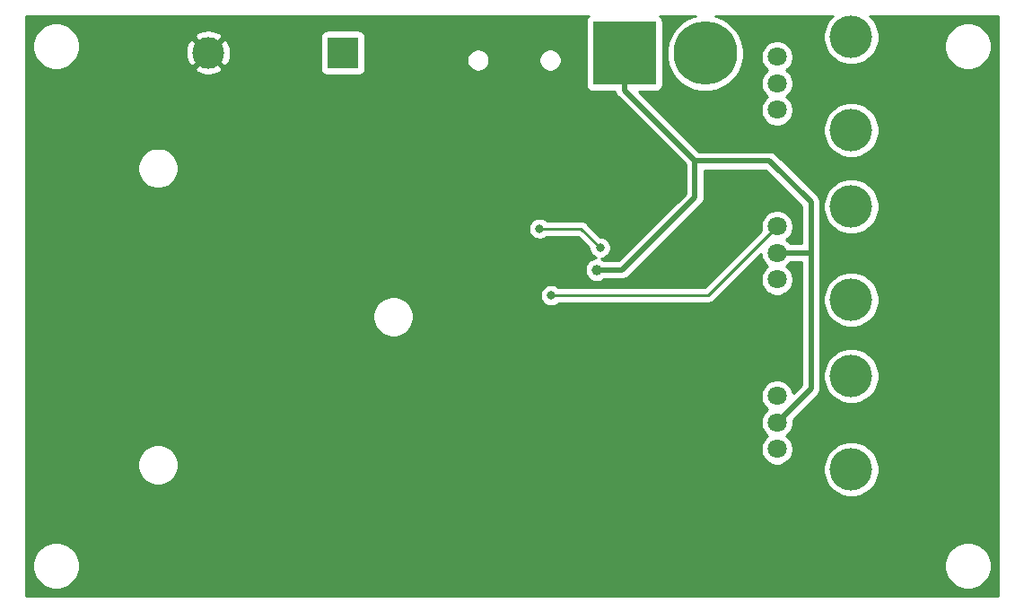
<source format=gbr>
G04 #@! TF.GenerationSoftware,KiCad,Pcbnew,(5.1.4-0-10_14)*
G04 #@! TF.CreationDate,2019-10-01T19:19:34+02:00*
G04 #@! TF.ProjectId,APC,4150432e-6b69-4636-9164-5f7063625858,rev?*
G04 #@! TF.SameCoordinates,Original*
G04 #@! TF.FileFunction,Copper,L2,Bot*
G04 #@! TF.FilePolarity,Positive*
%FSLAX46Y46*%
G04 Gerber Fmt 4.6, Leading zero omitted, Abs format (unit mm)*
G04 Created by KiCad (PCBNEW (5.1.4-0-10_14)) date 2019-10-01 19:19:34*
%MOMM*%
%LPD*%
G04 APERTURE LIST*
%ADD10C,4.000000*%
%ADD11C,1.800000*%
%ADD12C,5.999480*%
%ADD13R,5.999480X5.999480*%
%ADD14R,3.000000X3.000000*%
%ADD15C,3.000000*%
%ADD16C,1.000000*%
%ADD17C,0.800000*%
%ADD18C,0.250000*%
%ADD19C,0.500000*%
%ADD20C,0.254000*%
G04 APERTURE END LIST*
D10*
X164000000Y-56900000D03*
X164000000Y-48100000D03*
D11*
X157000000Y-55000000D03*
X157000000Y-52500000D03*
X157000000Y-50000000D03*
D10*
X164000000Y-72900000D03*
X164000000Y-64100000D03*
D11*
X157000000Y-71000000D03*
X157000000Y-68500000D03*
X157000000Y-66000000D03*
D10*
X164000000Y-88900000D03*
X164000000Y-80100000D03*
D11*
X157000000Y-87000000D03*
X157000000Y-84500000D03*
X157000000Y-82000000D03*
D12*
X150220000Y-49650000D03*
D13*
X142600000Y-49650000D03*
D14*
X116050000Y-49600000D03*
D15*
X103350000Y-49600000D03*
D16*
X144700000Y-70600000D03*
X146200000Y-70600000D03*
X175000000Y-55000000D03*
X175000000Y-60000000D03*
X175000000Y-65000000D03*
X175000000Y-70000000D03*
X175000000Y-75000000D03*
X175000000Y-80000000D03*
X175000000Y-85000000D03*
X175000000Y-90000000D03*
X170000000Y-100000000D03*
X165000000Y-100000000D03*
X160000000Y-100000000D03*
X175000000Y-95000000D03*
X155000000Y-100000000D03*
X150000000Y-100000000D03*
X145000000Y-100000000D03*
X140000000Y-100000000D03*
X135000000Y-100000000D03*
X130000000Y-100000000D03*
X120000000Y-100000000D03*
X125000000Y-100000000D03*
X115000000Y-100000000D03*
X110000000Y-100000000D03*
X105000000Y-100000000D03*
X100000000Y-100000000D03*
X95000000Y-100000000D03*
X87500000Y-92500000D03*
X87500000Y-87500000D03*
X87500000Y-82500000D03*
X87500000Y-77500000D03*
X87500000Y-72500000D03*
X87500000Y-67500000D03*
X87500000Y-62500000D03*
X87500000Y-57500000D03*
X87500000Y-52500000D03*
X92500000Y-47500000D03*
D17*
X97500000Y-47500000D03*
X107500000Y-47500000D03*
X112500000Y-47500000D03*
X132500000Y-47500000D03*
X137500000Y-47500000D03*
X155000000Y-47500000D03*
X160000000Y-47500000D03*
X170000000Y-47500000D03*
X135700000Y-72500000D03*
D16*
X140000000Y-70100000D03*
D17*
X140300000Y-68000000D03*
X134600000Y-66200000D03*
D18*
X157000000Y-66000000D02*
X150500000Y-72500000D01*
X150500000Y-72500000D02*
X135700000Y-72500000D01*
D19*
X142600000Y-53149740D02*
X149250260Y-59800000D01*
X142600000Y-49650000D02*
X142600000Y-53149740D01*
X149250260Y-59800000D02*
X156300000Y-59800000D01*
X156300000Y-59800000D02*
X160200000Y-63700000D01*
X160200000Y-81300000D02*
X157000000Y-84500000D01*
X160200000Y-68500000D02*
X160200000Y-81300000D01*
X157000000Y-68500000D02*
X160200000Y-68500000D01*
X160200000Y-63700000D02*
X160200000Y-68500000D01*
X142400000Y-70100000D02*
X140000000Y-70100000D01*
X149250260Y-63249740D02*
X142400000Y-70100000D01*
X149250260Y-59800000D02*
X149250260Y-63249740D01*
D18*
X140300000Y-68000000D02*
X138500000Y-66200000D01*
X138500000Y-66200000D02*
X134600000Y-66200000D01*
D20*
G36*
X139149075Y-46199075D02*
G01*
X139069723Y-46295766D01*
X139010758Y-46406080D01*
X138974448Y-46525778D01*
X138962188Y-46650260D01*
X138962188Y-52649740D01*
X138974448Y-52774222D01*
X139010758Y-52893920D01*
X139069723Y-53004234D01*
X139149075Y-53100925D01*
X139245766Y-53180277D01*
X139356080Y-53239242D01*
X139475778Y-53275552D01*
X139600260Y-53287812D01*
X141724317Y-53287812D01*
X141727805Y-53323230D01*
X141778412Y-53490053D01*
X141860590Y-53643799D01*
X141943468Y-53744786D01*
X141943471Y-53744789D01*
X141971184Y-53778557D01*
X142004952Y-53806270D01*
X148365260Y-60166579D01*
X148365261Y-62883160D01*
X142033422Y-69215000D01*
X140718450Y-69215000D01*
X140537624Y-69094176D01*
X140394761Y-69035000D01*
X140401939Y-69035000D01*
X140601898Y-68995226D01*
X140790256Y-68917205D01*
X140959774Y-68803937D01*
X141103937Y-68659774D01*
X141217205Y-68490256D01*
X141295226Y-68301898D01*
X141335000Y-68101939D01*
X141335000Y-67898061D01*
X141295226Y-67698102D01*
X141217205Y-67509744D01*
X141103937Y-67340226D01*
X140959774Y-67196063D01*
X140790256Y-67082795D01*
X140601898Y-67004774D01*
X140401939Y-66965000D01*
X140339802Y-66965000D01*
X139063803Y-65689002D01*
X139040001Y-65659999D01*
X138924276Y-65565026D01*
X138792247Y-65494454D01*
X138648986Y-65450997D01*
X138537333Y-65440000D01*
X138537322Y-65440000D01*
X138500000Y-65436324D01*
X138462678Y-65440000D01*
X135303711Y-65440000D01*
X135259774Y-65396063D01*
X135090256Y-65282795D01*
X134901898Y-65204774D01*
X134701939Y-65165000D01*
X134498061Y-65165000D01*
X134298102Y-65204774D01*
X134109744Y-65282795D01*
X133940226Y-65396063D01*
X133796063Y-65540226D01*
X133682795Y-65709744D01*
X133604774Y-65898102D01*
X133565000Y-66098061D01*
X133565000Y-66301939D01*
X133604774Y-66501898D01*
X133682795Y-66690256D01*
X133796063Y-66859774D01*
X133940226Y-67003937D01*
X134109744Y-67117205D01*
X134298102Y-67195226D01*
X134498061Y-67235000D01*
X134701939Y-67235000D01*
X134901898Y-67195226D01*
X135090256Y-67117205D01*
X135259774Y-67003937D01*
X135303711Y-66960000D01*
X138185199Y-66960000D01*
X139265000Y-68039802D01*
X139265000Y-68101939D01*
X139304774Y-68301898D01*
X139382795Y-68490256D01*
X139496063Y-68659774D01*
X139640226Y-68803937D01*
X139809744Y-68917205D01*
X139925131Y-68965000D01*
X139888212Y-68965000D01*
X139668933Y-69008617D01*
X139462376Y-69094176D01*
X139276480Y-69218388D01*
X139118388Y-69376480D01*
X138994176Y-69562376D01*
X138908617Y-69768933D01*
X138865000Y-69988212D01*
X138865000Y-70211788D01*
X138908617Y-70431067D01*
X138994176Y-70637624D01*
X139118388Y-70823520D01*
X139276480Y-70981612D01*
X139462376Y-71105824D01*
X139668933Y-71191383D01*
X139888212Y-71235000D01*
X140111788Y-71235000D01*
X140331067Y-71191383D01*
X140537624Y-71105824D01*
X140718450Y-70985000D01*
X142356531Y-70985000D01*
X142400000Y-70989281D01*
X142443469Y-70985000D01*
X142443477Y-70985000D01*
X142573490Y-70972195D01*
X142740313Y-70921589D01*
X142894059Y-70839411D01*
X143028817Y-70728817D01*
X143056534Y-70695044D01*
X149845309Y-63906270D01*
X149879077Y-63878557D01*
X149910331Y-63840475D01*
X149989671Y-63743799D01*
X150071849Y-63590054D01*
X150122455Y-63423230D01*
X150131499Y-63331399D01*
X150135260Y-63293217D01*
X150135260Y-63293209D01*
X150139541Y-63249740D01*
X150135260Y-63206271D01*
X150135260Y-60685000D01*
X155933422Y-60685000D01*
X159315000Y-64066579D01*
X159315001Y-67615000D01*
X158254790Y-67615000D01*
X158192312Y-67521495D01*
X157978505Y-67307688D01*
X157892169Y-67250000D01*
X157978505Y-67192312D01*
X158192312Y-66978505D01*
X158360299Y-66727095D01*
X158476011Y-66447743D01*
X158535000Y-66151184D01*
X158535000Y-65848816D01*
X158476011Y-65552257D01*
X158360299Y-65272905D01*
X158192312Y-65021495D01*
X157978505Y-64807688D01*
X157727095Y-64639701D01*
X157447743Y-64523989D01*
X157151184Y-64465000D01*
X156848816Y-64465000D01*
X156552257Y-64523989D01*
X156272905Y-64639701D01*
X156021495Y-64807688D01*
X155807688Y-65021495D01*
X155639701Y-65272905D01*
X155523989Y-65552257D01*
X155465000Y-65848816D01*
X155465000Y-66151184D01*
X155516269Y-66408930D01*
X150185199Y-71740000D01*
X136403711Y-71740000D01*
X136359774Y-71696063D01*
X136190256Y-71582795D01*
X136001898Y-71504774D01*
X135801939Y-71465000D01*
X135598061Y-71465000D01*
X135398102Y-71504774D01*
X135209744Y-71582795D01*
X135040226Y-71696063D01*
X134896063Y-71840226D01*
X134782795Y-72009744D01*
X134704774Y-72198102D01*
X134665000Y-72398061D01*
X134665000Y-72601939D01*
X134704774Y-72801898D01*
X134782795Y-72990256D01*
X134896063Y-73159774D01*
X135040226Y-73303937D01*
X135209744Y-73417205D01*
X135398102Y-73495226D01*
X135598061Y-73535000D01*
X135801939Y-73535000D01*
X136001898Y-73495226D01*
X136190256Y-73417205D01*
X136359774Y-73303937D01*
X136403711Y-73260000D01*
X150462678Y-73260000D01*
X150500000Y-73263676D01*
X150537322Y-73260000D01*
X150537333Y-73260000D01*
X150648986Y-73249003D01*
X150792247Y-73205546D01*
X150924276Y-73134974D01*
X151040001Y-73040001D01*
X151063804Y-73010997D01*
X155465000Y-68609802D01*
X155465000Y-68651184D01*
X155523989Y-68947743D01*
X155639701Y-69227095D01*
X155807688Y-69478505D01*
X156021495Y-69692312D01*
X156107831Y-69750000D01*
X156021495Y-69807688D01*
X155807688Y-70021495D01*
X155639701Y-70272905D01*
X155523989Y-70552257D01*
X155465000Y-70848816D01*
X155465000Y-71151184D01*
X155523989Y-71447743D01*
X155639701Y-71727095D01*
X155807688Y-71978505D01*
X156021495Y-72192312D01*
X156272905Y-72360299D01*
X156552257Y-72476011D01*
X156848816Y-72535000D01*
X157151184Y-72535000D01*
X157447743Y-72476011D01*
X157727095Y-72360299D01*
X157978505Y-72192312D01*
X158192312Y-71978505D01*
X158360299Y-71727095D01*
X158476011Y-71447743D01*
X158535000Y-71151184D01*
X158535000Y-70848816D01*
X158476011Y-70552257D01*
X158360299Y-70272905D01*
X158192312Y-70021495D01*
X157978505Y-69807688D01*
X157892169Y-69750000D01*
X157978505Y-69692312D01*
X158192312Y-69478505D01*
X158254790Y-69385000D01*
X159315000Y-69385000D01*
X159315001Y-80933420D01*
X158512537Y-81735885D01*
X158476011Y-81552257D01*
X158360299Y-81272905D01*
X158192312Y-81021495D01*
X157978505Y-80807688D01*
X157727095Y-80639701D01*
X157447743Y-80523989D01*
X157151184Y-80465000D01*
X156848816Y-80465000D01*
X156552257Y-80523989D01*
X156272905Y-80639701D01*
X156021495Y-80807688D01*
X155807688Y-81021495D01*
X155639701Y-81272905D01*
X155523989Y-81552257D01*
X155465000Y-81848816D01*
X155465000Y-82151184D01*
X155523989Y-82447743D01*
X155639701Y-82727095D01*
X155807688Y-82978505D01*
X156021495Y-83192312D01*
X156107831Y-83250000D01*
X156021495Y-83307688D01*
X155807688Y-83521495D01*
X155639701Y-83772905D01*
X155523989Y-84052257D01*
X155465000Y-84348816D01*
X155465000Y-84651184D01*
X155523989Y-84947743D01*
X155639701Y-85227095D01*
X155807688Y-85478505D01*
X156021495Y-85692312D01*
X156107831Y-85750000D01*
X156021495Y-85807688D01*
X155807688Y-86021495D01*
X155639701Y-86272905D01*
X155523989Y-86552257D01*
X155465000Y-86848816D01*
X155465000Y-87151184D01*
X155523989Y-87447743D01*
X155639701Y-87727095D01*
X155807688Y-87978505D01*
X156021495Y-88192312D01*
X156272905Y-88360299D01*
X156552257Y-88476011D01*
X156848816Y-88535000D01*
X157151184Y-88535000D01*
X157447743Y-88476011D01*
X157727095Y-88360299D01*
X157978505Y-88192312D01*
X158192312Y-87978505D01*
X158360299Y-87727095D01*
X158476011Y-87447743D01*
X158535000Y-87151184D01*
X158535000Y-86848816D01*
X158476011Y-86552257D01*
X158360299Y-86272905D01*
X158192312Y-86021495D01*
X157978505Y-85807688D01*
X157892169Y-85750000D01*
X157978505Y-85692312D01*
X158192312Y-85478505D01*
X158360299Y-85227095D01*
X158476011Y-84947743D01*
X158535000Y-84651184D01*
X158535000Y-84348816D01*
X158513060Y-84238518D01*
X160795049Y-81956530D01*
X160828817Y-81928817D01*
X160939411Y-81794059D01*
X161021589Y-81640313D01*
X161072195Y-81473490D01*
X161085000Y-81343477D01*
X161085000Y-81343467D01*
X161089281Y-81300001D01*
X161085000Y-81256535D01*
X161085000Y-79840475D01*
X161365000Y-79840475D01*
X161365000Y-80359525D01*
X161466261Y-80868601D01*
X161664893Y-81348141D01*
X161953262Y-81779715D01*
X162320285Y-82146738D01*
X162751859Y-82435107D01*
X163231399Y-82633739D01*
X163740475Y-82735000D01*
X164259525Y-82735000D01*
X164768601Y-82633739D01*
X165248141Y-82435107D01*
X165679715Y-82146738D01*
X166046738Y-81779715D01*
X166335107Y-81348141D01*
X166533739Y-80868601D01*
X166635000Y-80359525D01*
X166635000Y-79840475D01*
X166533739Y-79331399D01*
X166335107Y-78851859D01*
X166046738Y-78420285D01*
X165679715Y-78053262D01*
X165248141Y-77764893D01*
X164768601Y-77566261D01*
X164259525Y-77465000D01*
X163740475Y-77465000D01*
X163231399Y-77566261D01*
X162751859Y-77764893D01*
X162320285Y-78053262D01*
X161953262Y-78420285D01*
X161664893Y-78851859D01*
X161466261Y-79331399D01*
X161365000Y-79840475D01*
X161085000Y-79840475D01*
X161085000Y-72640475D01*
X161365000Y-72640475D01*
X161365000Y-73159525D01*
X161466261Y-73668601D01*
X161664893Y-74148141D01*
X161953262Y-74579715D01*
X162320285Y-74946738D01*
X162751859Y-75235107D01*
X163231399Y-75433739D01*
X163740475Y-75535000D01*
X164259525Y-75535000D01*
X164768601Y-75433739D01*
X165248141Y-75235107D01*
X165679715Y-74946738D01*
X166046738Y-74579715D01*
X166335107Y-74148141D01*
X166533739Y-73668601D01*
X166635000Y-73159525D01*
X166635000Y-72640475D01*
X166533739Y-72131399D01*
X166335107Y-71651859D01*
X166046738Y-71220285D01*
X165679715Y-70853262D01*
X165248141Y-70564893D01*
X164768601Y-70366261D01*
X164259525Y-70265000D01*
X163740475Y-70265000D01*
X163231399Y-70366261D01*
X162751859Y-70564893D01*
X162320285Y-70853262D01*
X161953262Y-71220285D01*
X161664893Y-71651859D01*
X161466261Y-72131399D01*
X161365000Y-72640475D01*
X161085000Y-72640475D01*
X161085000Y-68543477D01*
X161089282Y-68500000D01*
X161085000Y-68456523D01*
X161085000Y-63840475D01*
X161365000Y-63840475D01*
X161365000Y-64359525D01*
X161466261Y-64868601D01*
X161664893Y-65348141D01*
X161953262Y-65779715D01*
X162320285Y-66146738D01*
X162751859Y-66435107D01*
X163231399Y-66633739D01*
X163740475Y-66735000D01*
X164259525Y-66735000D01*
X164768601Y-66633739D01*
X165248141Y-66435107D01*
X165679715Y-66146738D01*
X166046738Y-65779715D01*
X166335107Y-65348141D01*
X166533739Y-64868601D01*
X166635000Y-64359525D01*
X166635000Y-63840475D01*
X166533739Y-63331399D01*
X166335107Y-62851859D01*
X166046738Y-62420285D01*
X165679715Y-62053262D01*
X165248141Y-61764893D01*
X164768601Y-61566261D01*
X164259525Y-61465000D01*
X163740475Y-61465000D01*
X163231399Y-61566261D01*
X162751859Y-61764893D01*
X162320285Y-62053262D01*
X161953262Y-62420285D01*
X161664893Y-62851859D01*
X161466261Y-63331399D01*
X161365000Y-63840475D01*
X161085000Y-63840475D01*
X161085000Y-63743469D01*
X161089281Y-63700000D01*
X161085000Y-63656531D01*
X161085000Y-63656523D01*
X161072195Y-63526510D01*
X161021589Y-63359687D01*
X160939411Y-63205941D01*
X160828817Y-63071183D01*
X160795050Y-63043472D01*
X156956534Y-59204956D01*
X156928817Y-59171183D01*
X156794059Y-59060589D01*
X156640313Y-58978411D01*
X156473490Y-58927805D01*
X156343477Y-58915000D01*
X156343469Y-58915000D01*
X156300000Y-58910719D01*
X156256531Y-58915000D01*
X149616839Y-58915000D01*
X147342314Y-56640475D01*
X161365000Y-56640475D01*
X161365000Y-57159525D01*
X161466261Y-57668601D01*
X161664893Y-58148141D01*
X161953262Y-58579715D01*
X162320285Y-58946738D01*
X162751859Y-59235107D01*
X163231399Y-59433739D01*
X163740475Y-59535000D01*
X164259525Y-59535000D01*
X164768601Y-59433739D01*
X165248141Y-59235107D01*
X165679715Y-58946738D01*
X166046738Y-58579715D01*
X166335107Y-58148141D01*
X166533739Y-57668601D01*
X166635000Y-57159525D01*
X166635000Y-56640475D01*
X166533739Y-56131399D01*
X166335107Y-55651859D01*
X166046738Y-55220285D01*
X165679715Y-54853262D01*
X165248141Y-54564893D01*
X164768601Y-54366261D01*
X164259525Y-54265000D01*
X163740475Y-54265000D01*
X163231399Y-54366261D01*
X162751859Y-54564893D01*
X162320285Y-54853262D01*
X161953262Y-55220285D01*
X161664893Y-55651859D01*
X161466261Y-56131399D01*
X161365000Y-56640475D01*
X147342314Y-56640475D01*
X143989650Y-53287812D01*
X145599740Y-53287812D01*
X145724222Y-53275552D01*
X145843920Y-53239242D01*
X145954234Y-53180277D01*
X146050925Y-53100925D01*
X146130277Y-53004234D01*
X146189242Y-52893920D01*
X146225552Y-52774222D01*
X146237812Y-52649740D01*
X146237812Y-46650260D01*
X146225552Y-46525778D01*
X146189242Y-46406080D01*
X146130277Y-46295766D01*
X146050925Y-46199075D01*
X145963101Y-46127000D01*
X149300254Y-46127000D01*
X149159785Y-46154941D01*
X148498305Y-46428935D01*
X147902988Y-46826713D01*
X147396713Y-47332988D01*
X146998935Y-47928305D01*
X146724941Y-48589785D01*
X146585260Y-49292009D01*
X146585260Y-50007991D01*
X146724941Y-50710215D01*
X146998935Y-51371695D01*
X147396713Y-51967012D01*
X147902988Y-52473287D01*
X148498305Y-52871065D01*
X149159785Y-53145059D01*
X149862009Y-53284740D01*
X150577991Y-53284740D01*
X151280215Y-53145059D01*
X151941695Y-52871065D01*
X152537012Y-52473287D01*
X153043287Y-51967012D01*
X153441065Y-51371695D01*
X153715059Y-50710215D01*
X153854740Y-50007991D01*
X153854740Y-49848816D01*
X155465000Y-49848816D01*
X155465000Y-50151184D01*
X155523989Y-50447743D01*
X155639701Y-50727095D01*
X155807688Y-50978505D01*
X156021495Y-51192312D01*
X156107831Y-51250000D01*
X156021495Y-51307688D01*
X155807688Y-51521495D01*
X155639701Y-51772905D01*
X155523989Y-52052257D01*
X155465000Y-52348816D01*
X155465000Y-52651184D01*
X155523989Y-52947743D01*
X155639701Y-53227095D01*
X155807688Y-53478505D01*
X156021495Y-53692312D01*
X156107831Y-53750000D01*
X156021495Y-53807688D01*
X155807688Y-54021495D01*
X155639701Y-54272905D01*
X155523989Y-54552257D01*
X155465000Y-54848816D01*
X155465000Y-55151184D01*
X155523989Y-55447743D01*
X155639701Y-55727095D01*
X155807688Y-55978505D01*
X156021495Y-56192312D01*
X156272905Y-56360299D01*
X156552257Y-56476011D01*
X156848816Y-56535000D01*
X157151184Y-56535000D01*
X157447743Y-56476011D01*
X157727095Y-56360299D01*
X157978505Y-56192312D01*
X158192312Y-55978505D01*
X158360299Y-55727095D01*
X158476011Y-55447743D01*
X158535000Y-55151184D01*
X158535000Y-54848816D01*
X158476011Y-54552257D01*
X158360299Y-54272905D01*
X158192312Y-54021495D01*
X157978505Y-53807688D01*
X157892169Y-53750000D01*
X157978505Y-53692312D01*
X158192312Y-53478505D01*
X158360299Y-53227095D01*
X158476011Y-52947743D01*
X158535000Y-52651184D01*
X158535000Y-52348816D01*
X158476011Y-52052257D01*
X158360299Y-51772905D01*
X158192312Y-51521495D01*
X157978505Y-51307688D01*
X157892169Y-51250000D01*
X157978505Y-51192312D01*
X158192312Y-50978505D01*
X158360299Y-50727095D01*
X158476011Y-50447743D01*
X158535000Y-50151184D01*
X158535000Y-49848816D01*
X158476011Y-49552257D01*
X158360299Y-49272905D01*
X158192312Y-49021495D01*
X157978505Y-48807688D01*
X157727095Y-48639701D01*
X157447743Y-48523989D01*
X157151184Y-48465000D01*
X156848816Y-48465000D01*
X156552257Y-48523989D01*
X156272905Y-48639701D01*
X156021495Y-48807688D01*
X155807688Y-49021495D01*
X155639701Y-49272905D01*
X155523989Y-49552257D01*
X155465000Y-49848816D01*
X153854740Y-49848816D01*
X153854740Y-49292009D01*
X153715059Y-48589785D01*
X153441065Y-47928305D01*
X153043287Y-47332988D01*
X152537012Y-46826713D01*
X151941695Y-46428935D01*
X151280215Y-46154941D01*
X151139746Y-46127000D01*
X162246547Y-46127000D01*
X161953262Y-46420285D01*
X161664893Y-46851859D01*
X161466261Y-47331399D01*
X161365000Y-47840475D01*
X161365000Y-48359525D01*
X161466261Y-48868601D01*
X161664893Y-49348141D01*
X161953262Y-49779715D01*
X162320285Y-50146738D01*
X162751859Y-50435107D01*
X163231399Y-50633739D01*
X163740475Y-50735000D01*
X164259525Y-50735000D01*
X164768601Y-50633739D01*
X165248141Y-50435107D01*
X165679715Y-50146738D01*
X166046738Y-49779715D01*
X166335107Y-49348141D01*
X166533739Y-48868601D01*
X166551388Y-48779872D01*
X172765000Y-48779872D01*
X172765000Y-49220128D01*
X172850890Y-49651925D01*
X173019369Y-50058669D01*
X173263962Y-50424729D01*
X173575271Y-50736038D01*
X173941331Y-50980631D01*
X174348075Y-51149110D01*
X174779872Y-51235000D01*
X175220128Y-51235000D01*
X175651925Y-51149110D01*
X176058669Y-50980631D01*
X176424729Y-50736038D01*
X176736038Y-50424729D01*
X176980631Y-50058669D01*
X177149110Y-49651925D01*
X177235000Y-49220128D01*
X177235000Y-48779872D01*
X177149110Y-48348075D01*
X176980631Y-47941331D01*
X176736038Y-47575271D01*
X176424729Y-47263962D01*
X176058669Y-47019369D01*
X175651925Y-46850890D01*
X175220128Y-46765000D01*
X174779872Y-46765000D01*
X174348075Y-46850890D01*
X173941331Y-47019369D01*
X173575271Y-47263962D01*
X173263962Y-47575271D01*
X173019369Y-47941331D01*
X172850890Y-48348075D01*
X172765000Y-48779872D01*
X166551388Y-48779872D01*
X166635000Y-48359525D01*
X166635000Y-47840475D01*
X166533739Y-47331399D01*
X166335107Y-46851859D01*
X166046738Y-46420285D01*
X165753453Y-46127000D01*
X177873000Y-46127000D01*
X177873000Y-100873000D01*
X86127000Y-100873000D01*
X86127000Y-97779872D01*
X86765000Y-97779872D01*
X86765000Y-98220128D01*
X86850890Y-98651925D01*
X87019369Y-99058669D01*
X87263962Y-99424729D01*
X87575271Y-99736038D01*
X87941331Y-99980631D01*
X88348075Y-100149110D01*
X88779872Y-100235000D01*
X89220128Y-100235000D01*
X89651925Y-100149110D01*
X90058669Y-99980631D01*
X90424729Y-99736038D01*
X90736038Y-99424729D01*
X90980631Y-99058669D01*
X91149110Y-98651925D01*
X91235000Y-98220128D01*
X91235000Y-97779872D01*
X172765000Y-97779872D01*
X172765000Y-98220128D01*
X172850890Y-98651925D01*
X173019369Y-99058669D01*
X173263962Y-99424729D01*
X173575271Y-99736038D01*
X173941331Y-99980631D01*
X174348075Y-100149110D01*
X174779872Y-100235000D01*
X175220128Y-100235000D01*
X175651925Y-100149110D01*
X176058669Y-99980631D01*
X176424729Y-99736038D01*
X176736038Y-99424729D01*
X176980631Y-99058669D01*
X177149110Y-98651925D01*
X177235000Y-98220128D01*
X177235000Y-97779872D01*
X177149110Y-97348075D01*
X176980631Y-96941331D01*
X176736038Y-96575271D01*
X176424729Y-96263962D01*
X176058669Y-96019369D01*
X175651925Y-95850890D01*
X175220128Y-95765000D01*
X174779872Y-95765000D01*
X174348075Y-95850890D01*
X173941331Y-96019369D01*
X173575271Y-96263962D01*
X173263962Y-96575271D01*
X173019369Y-96941331D01*
X172850890Y-97348075D01*
X172765000Y-97779872D01*
X91235000Y-97779872D01*
X91149110Y-97348075D01*
X90980631Y-96941331D01*
X90736038Y-96575271D01*
X90424729Y-96263962D01*
X90058669Y-96019369D01*
X89651925Y-95850890D01*
X89220128Y-95765000D01*
X88779872Y-95765000D01*
X88348075Y-95850890D01*
X87941331Y-96019369D01*
X87575271Y-96263962D01*
X87263962Y-96575271D01*
X87019369Y-96941331D01*
X86850890Y-97348075D01*
X86765000Y-97779872D01*
X86127000Y-97779872D01*
X86127000Y-88309419D01*
X96665000Y-88309419D01*
X96665000Y-88690581D01*
X96739361Y-89064419D01*
X96885225Y-89416566D01*
X97096987Y-89733491D01*
X97366509Y-90003013D01*
X97683434Y-90214775D01*
X98035581Y-90360639D01*
X98409419Y-90435000D01*
X98790581Y-90435000D01*
X99164419Y-90360639D01*
X99516566Y-90214775D01*
X99833491Y-90003013D01*
X100103013Y-89733491D01*
X100314775Y-89416566D01*
X100460639Y-89064419D01*
X100535000Y-88690581D01*
X100535000Y-88640475D01*
X161365000Y-88640475D01*
X161365000Y-89159525D01*
X161466261Y-89668601D01*
X161664893Y-90148141D01*
X161953262Y-90579715D01*
X162320285Y-90946738D01*
X162751859Y-91235107D01*
X163231399Y-91433739D01*
X163740475Y-91535000D01*
X164259525Y-91535000D01*
X164768601Y-91433739D01*
X165248141Y-91235107D01*
X165679715Y-90946738D01*
X166046738Y-90579715D01*
X166335107Y-90148141D01*
X166533739Y-89668601D01*
X166635000Y-89159525D01*
X166635000Y-88640475D01*
X166533739Y-88131399D01*
X166335107Y-87651859D01*
X166046738Y-87220285D01*
X165679715Y-86853262D01*
X165248141Y-86564893D01*
X164768601Y-86366261D01*
X164259525Y-86265000D01*
X163740475Y-86265000D01*
X163231399Y-86366261D01*
X162751859Y-86564893D01*
X162320285Y-86853262D01*
X161953262Y-87220285D01*
X161664893Y-87651859D01*
X161466261Y-88131399D01*
X161365000Y-88640475D01*
X100535000Y-88640475D01*
X100535000Y-88309419D01*
X100460639Y-87935581D01*
X100314775Y-87583434D01*
X100103013Y-87266509D01*
X99833491Y-86996987D01*
X99516566Y-86785225D01*
X99164419Y-86639361D01*
X98790581Y-86565000D01*
X98409419Y-86565000D01*
X98035581Y-86639361D01*
X97683434Y-86785225D01*
X97366509Y-86996987D01*
X97096987Y-87266509D01*
X96885225Y-87583434D01*
X96739361Y-87935581D01*
X96665000Y-88309419D01*
X86127000Y-88309419D01*
X86127000Y-74309419D01*
X118865000Y-74309419D01*
X118865000Y-74690581D01*
X118939361Y-75064419D01*
X119085225Y-75416566D01*
X119296987Y-75733491D01*
X119566509Y-76003013D01*
X119883434Y-76214775D01*
X120235581Y-76360639D01*
X120609419Y-76435000D01*
X120990581Y-76435000D01*
X121364419Y-76360639D01*
X121716566Y-76214775D01*
X122033491Y-76003013D01*
X122303013Y-75733491D01*
X122514775Y-75416566D01*
X122660639Y-75064419D01*
X122735000Y-74690581D01*
X122735000Y-74309419D01*
X122660639Y-73935581D01*
X122514775Y-73583434D01*
X122303013Y-73266509D01*
X122033491Y-72996987D01*
X121716566Y-72785225D01*
X121364419Y-72639361D01*
X120990581Y-72565000D01*
X120609419Y-72565000D01*
X120235581Y-72639361D01*
X119883434Y-72785225D01*
X119566509Y-72996987D01*
X119296987Y-73266509D01*
X119085225Y-73583434D01*
X118939361Y-73935581D01*
X118865000Y-74309419D01*
X86127000Y-74309419D01*
X86127000Y-60309419D01*
X96665000Y-60309419D01*
X96665000Y-60690581D01*
X96739361Y-61064419D01*
X96885225Y-61416566D01*
X97096987Y-61733491D01*
X97366509Y-62003013D01*
X97683434Y-62214775D01*
X98035581Y-62360639D01*
X98409419Y-62435000D01*
X98790581Y-62435000D01*
X99164419Y-62360639D01*
X99516566Y-62214775D01*
X99833491Y-62003013D01*
X100103013Y-61733491D01*
X100314775Y-61416566D01*
X100460639Y-61064419D01*
X100535000Y-60690581D01*
X100535000Y-60309419D01*
X100460639Y-59935581D01*
X100314775Y-59583434D01*
X100103013Y-59266509D01*
X99833491Y-58996987D01*
X99516566Y-58785225D01*
X99164419Y-58639361D01*
X98790581Y-58565000D01*
X98409419Y-58565000D01*
X98035581Y-58639361D01*
X97683434Y-58785225D01*
X97366509Y-58996987D01*
X97096987Y-59266509D01*
X96885225Y-59583434D01*
X96739361Y-59935581D01*
X96665000Y-60309419D01*
X86127000Y-60309419D01*
X86127000Y-48779872D01*
X86765000Y-48779872D01*
X86765000Y-49220128D01*
X86850890Y-49651925D01*
X87019369Y-50058669D01*
X87263962Y-50424729D01*
X87575271Y-50736038D01*
X87941331Y-50980631D01*
X88348075Y-51149110D01*
X88779872Y-51235000D01*
X89220128Y-51235000D01*
X89651925Y-51149110D01*
X89790638Y-51091653D01*
X102037952Y-51091653D01*
X102193962Y-51407214D01*
X102568745Y-51598020D01*
X102973551Y-51712044D01*
X103392824Y-51744902D01*
X103810451Y-51695334D01*
X104210383Y-51565243D01*
X104506038Y-51407214D01*
X104662048Y-51091653D01*
X103350000Y-49779605D01*
X102037952Y-51091653D01*
X89790638Y-51091653D01*
X90058669Y-50980631D01*
X90424729Y-50736038D01*
X90736038Y-50424729D01*
X90980631Y-50058669D01*
X91149110Y-49651925D01*
X91150920Y-49642824D01*
X101205098Y-49642824D01*
X101254666Y-50060451D01*
X101384757Y-50460383D01*
X101542786Y-50756038D01*
X101858347Y-50912048D01*
X103170395Y-49600000D01*
X103529605Y-49600000D01*
X104841653Y-50912048D01*
X105157214Y-50756038D01*
X105348020Y-50381255D01*
X105462044Y-49976449D01*
X105494902Y-49557176D01*
X105445334Y-49139549D01*
X105315243Y-48739617D01*
X105157214Y-48443962D01*
X104841653Y-48287952D01*
X103529605Y-49600000D01*
X103170395Y-49600000D01*
X101858347Y-48287952D01*
X101542786Y-48443962D01*
X101351980Y-48818745D01*
X101237956Y-49223551D01*
X101205098Y-49642824D01*
X91150920Y-49642824D01*
X91235000Y-49220128D01*
X91235000Y-48779872D01*
X91149110Y-48348075D01*
X91049812Y-48108347D01*
X102037952Y-48108347D01*
X103350000Y-49420395D01*
X104662048Y-48108347D01*
X104657922Y-48100000D01*
X113911928Y-48100000D01*
X113911928Y-51100000D01*
X113924188Y-51224482D01*
X113960498Y-51344180D01*
X114019463Y-51454494D01*
X114098815Y-51551185D01*
X114195506Y-51630537D01*
X114305820Y-51689502D01*
X114425518Y-51725812D01*
X114550000Y-51738072D01*
X117550000Y-51738072D01*
X117674482Y-51725812D01*
X117794180Y-51689502D01*
X117904494Y-51630537D01*
X118001185Y-51551185D01*
X118080537Y-51454494D01*
X118139502Y-51344180D01*
X118175812Y-51224482D01*
X118188072Y-51100000D01*
X118188072Y-50193137D01*
X127715000Y-50193137D01*
X127715000Y-50406863D01*
X127756696Y-50616483D01*
X127838485Y-50813940D01*
X127957225Y-50991647D01*
X128108353Y-51142775D01*
X128286060Y-51261515D01*
X128483517Y-51343304D01*
X128693137Y-51385000D01*
X128906863Y-51385000D01*
X129116483Y-51343304D01*
X129313940Y-51261515D01*
X129491647Y-51142775D01*
X129642775Y-50991647D01*
X129761515Y-50813940D01*
X129843304Y-50616483D01*
X129885000Y-50406863D01*
X129885000Y-50193137D01*
X134515000Y-50193137D01*
X134515000Y-50406863D01*
X134556696Y-50616483D01*
X134638485Y-50813940D01*
X134757225Y-50991647D01*
X134908353Y-51142775D01*
X135086060Y-51261515D01*
X135283517Y-51343304D01*
X135493137Y-51385000D01*
X135706863Y-51385000D01*
X135916483Y-51343304D01*
X136113940Y-51261515D01*
X136291647Y-51142775D01*
X136442775Y-50991647D01*
X136561515Y-50813940D01*
X136643304Y-50616483D01*
X136685000Y-50406863D01*
X136685000Y-50193137D01*
X136643304Y-49983517D01*
X136561515Y-49786060D01*
X136442775Y-49608353D01*
X136291647Y-49457225D01*
X136113940Y-49338485D01*
X135916483Y-49256696D01*
X135706863Y-49215000D01*
X135493137Y-49215000D01*
X135283517Y-49256696D01*
X135086060Y-49338485D01*
X134908353Y-49457225D01*
X134757225Y-49608353D01*
X134638485Y-49786060D01*
X134556696Y-49983517D01*
X134515000Y-50193137D01*
X129885000Y-50193137D01*
X129843304Y-49983517D01*
X129761515Y-49786060D01*
X129642775Y-49608353D01*
X129491647Y-49457225D01*
X129313940Y-49338485D01*
X129116483Y-49256696D01*
X128906863Y-49215000D01*
X128693137Y-49215000D01*
X128483517Y-49256696D01*
X128286060Y-49338485D01*
X128108353Y-49457225D01*
X127957225Y-49608353D01*
X127838485Y-49786060D01*
X127756696Y-49983517D01*
X127715000Y-50193137D01*
X118188072Y-50193137D01*
X118188072Y-48100000D01*
X118175812Y-47975518D01*
X118139502Y-47855820D01*
X118080537Y-47745506D01*
X118001185Y-47648815D01*
X117904494Y-47569463D01*
X117794180Y-47510498D01*
X117674482Y-47474188D01*
X117550000Y-47461928D01*
X114550000Y-47461928D01*
X114425518Y-47474188D01*
X114305820Y-47510498D01*
X114195506Y-47569463D01*
X114098815Y-47648815D01*
X114019463Y-47745506D01*
X113960498Y-47855820D01*
X113924188Y-47975518D01*
X113911928Y-48100000D01*
X104657922Y-48100000D01*
X104506038Y-47792786D01*
X104131255Y-47601980D01*
X103726449Y-47487956D01*
X103307176Y-47455098D01*
X102889549Y-47504666D01*
X102489617Y-47634757D01*
X102193962Y-47792786D01*
X102037952Y-48108347D01*
X91049812Y-48108347D01*
X90980631Y-47941331D01*
X90736038Y-47575271D01*
X90424729Y-47263962D01*
X90058669Y-47019369D01*
X89651925Y-46850890D01*
X89220128Y-46765000D01*
X88779872Y-46765000D01*
X88348075Y-46850890D01*
X87941331Y-47019369D01*
X87575271Y-47263962D01*
X87263962Y-47575271D01*
X87019369Y-47941331D01*
X86850890Y-48348075D01*
X86765000Y-48779872D01*
X86127000Y-48779872D01*
X86127000Y-46127000D01*
X139236899Y-46127000D01*
X139149075Y-46199075D01*
X139149075Y-46199075D01*
G37*
X139149075Y-46199075D02*
X139069723Y-46295766D01*
X139010758Y-46406080D01*
X138974448Y-46525778D01*
X138962188Y-46650260D01*
X138962188Y-52649740D01*
X138974448Y-52774222D01*
X139010758Y-52893920D01*
X139069723Y-53004234D01*
X139149075Y-53100925D01*
X139245766Y-53180277D01*
X139356080Y-53239242D01*
X139475778Y-53275552D01*
X139600260Y-53287812D01*
X141724317Y-53287812D01*
X141727805Y-53323230D01*
X141778412Y-53490053D01*
X141860590Y-53643799D01*
X141943468Y-53744786D01*
X141943471Y-53744789D01*
X141971184Y-53778557D01*
X142004952Y-53806270D01*
X148365260Y-60166579D01*
X148365261Y-62883160D01*
X142033422Y-69215000D01*
X140718450Y-69215000D01*
X140537624Y-69094176D01*
X140394761Y-69035000D01*
X140401939Y-69035000D01*
X140601898Y-68995226D01*
X140790256Y-68917205D01*
X140959774Y-68803937D01*
X141103937Y-68659774D01*
X141217205Y-68490256D01*
X141295226Y-68301898D01*
X141335000Y-68101939D01*
X141335000Y-67898061D01*
X141295226Y-67698102D01*
X141217205Y-67509744D01*
X141103937Y-67340226D01*
X140959774Y-67196063D01*
X140790256Y-67082795D01*
X140601898Y-67004774D01*
X140401939Y-66965000D01*
X140339802Y-66965000D01*
X139063803Y-65689002D01*
X139040001Y-65659999D01*
X138924276Y-65565026D01*
X138792247Y-65494454D01*
X138648986Y-65450997D01*
X138537333Y-65440000D01*
X138537322Y-65440000D01*
X138500000Y-65436324D01*
X138462678Y-65440000D01*
X135303711Y-65440000D01*
X135259774Y-65396063D01*
X135090256Y-65282795D01*
X134901898Y-65204774D01*
X134701939Y-65165000D01*
X134498061Y-65165000D01*
X134298102Y-65204774D01*
X134109744Y-65282795D01*
X133940226Y-65396063D01*
X133796063Y-65540226D01*
X133682795Y-65709744D01*
X133604774Y-65898102D01*
X133565000Y-66098061D01*
X133565000Y-66301939D01*
X133604774Y-66501898D01*
X133682795Y-66690256D01*
X133796063Y-66859774D01*
X133940226Y-67003937D01*
X134109744Y-67117205D01*
X134298102Y-67195226D01*
X134498061Y-67235000D01*
X134701939Y-67235000D01*
X134901898Y-67195226D01*
X135090256Y-67117205D01*
X135259774Y-67003937D01*
X135303711Y-66960000D01*
X138185199Y-66960000D01*
X139265000Y-68039802D01*
X139265000Y-68101939D01*
X139304774Y-68301898D01*
X139382795Y-68490256D01*
X139496063Y-68659774D01*
X139640226Y-68803937D01*
X139809744Y-68917205D01*
X139925131Y-68965000D01*
X139888212Y-68965000D01*
X139668933Y-69008617D01*
X139462376Y-69094176D01*
X139276480Y-69218388D01*
X139118388Y-69376480D01*
X138994176Y-69562376D01*
X138908617Y-69768933D01*
X138865000Y-69988212D01*
X138865000Y-70211788D01*
X138908617Y-70431067D01*
X138994176Y-70637624D01*
X139118388Y-70823520D01*
X139276480Y-70981612D01*
X139462376Y-71105824D01*
X139668933Y-71191383D01*
X139888212Y-71235000D01*
X140111788Y-71235000D01*
X140331067Y-71191383D01*
X140537624Y-71105824D01*
X140718450Y-70985000D01*
X142356531Y-70985000D01*
X142400000Y-70989281D01*
X142443469Y-70985000D01*
X142443477Y-70985000D01*
X142573490Y-70972195D01*
X142740313Y-70921589D01*
X142894059Y-70839411D01*
X143028817Y-70728817D01*
X143056534Y-70695044D01*
X149845309Y-63906270D01*
X149879077Y-63878557D01*
X149910331Y-63840475D01*
X149989671Y-63743799D01*
X150071849Y-63590054D01*
X150122455Y-63423230D01*
X150131499Y-63331399D01*
X150135260Y-63293217D01*
X150135260Y-63293209D01*
X150139541Y-63249740D01*
X150135260Y-63206271D01*
X150135260Y-60685000D01*
X155933422Y-60685000D01*
X159315000Y-64066579D01*
X159315001Y-67615000D01*
X158254790Y-67615000D01*
X158192312Y-67521495D01*
X157978505Y-67307688D01*
X157892169Y-67250000D01*
X157978505Y-67192312D01*
X158192312Y-66978505D01*
X158360299Y-66727095D01*
X158476011Y-66447743D01*
X158535000Y-66151184D01*
X158535000Y-65848816D01*
X158476011Y-65552257D01*
X158360299Y-65272905D01*
X158192312Y-65021495D01*
X157978505Y-64807688D01*
X157727095Y-64639701D01*
X157447743Y-64523989D01*
X157151184Y-64465000D01*
X156848816Y-64465000D01*
X156552257Y-64523989D01*
X156272905Y-64639701D01*
X156021495Y-64807688D01*
X155807688Y-65021495D01*
X155639701Y-65272905D01*
X155523989Y-65552257D01*
X155465000Y-65848816D01*
X155465000Y-66151184D01*
X155516269Y-66408930D01*
X150185199Y-71740000D01*
X136403711Y-71740000D01*
X136359774Y-71696063D01*
X136190256Y-71582795D01*
X136001898Y-71504774D01*
X135801939Y-71465000D01*
X135598061Y-71465000D01*
X135398102Y-71504774D01*
X135209744Y-71582795D01*
X135040226Y-71696063D01*
X134896063Y-71840226D01*
X134782795Y-72009744D01*
X134704774Y-72198102D01*
X134665000Y-72398061D01*
X134665000Y-72601939D01*
X134704774Y-72801898D01*
X134782795Y-72990256D01*
X134896063Y-73159774D01*
X135040226Y-73303937D01*
X135209744Y-73417205D01*
X135398102Y-73495226D01*
X135598061Y-73535000D01*
X135801939Y-73535000D01*
X136001898Y-73495226D01*
X136190256Y-73417205D01*
X136359774Y-73303937D01*
X136403711Y-73260000D01*
X150462678Y-73260000D01*
X150500000Y-73263676D01*
X150537322Y-73260000D01*
X150537333Y-73260000D01*
X150648986Y-73249003D01*
X150792247Y-73205546D01*
X150924276Y-73134974D01*
X151040001Y-73040001D01*
X151063804Y-73010997D01*
X155465000Y-68609802D01*
X155465000Y-68651184D01*
X155523989Y-68947743D01*
X155639701Y-69227095D01*
X155807688Y-69478505D01*
X156021495Y-69692312D01*
X156107831Y-69750000D01*
X156021495Y-69807688D01*
X155807688Y-70021495D01*
X155639701Y-70272905D01*
X155523989Y-70552257D01*
X155465000Y-70848816D01*
X155465000Y-71151184D01*
X155523989Y-71447743D01*
X155639701Y-71727095D01*
X155807688Y-71978505D01*
X156021495Y-72192312D01*
X156272905Y-72360299D01*
X156552257Y-72476011D01*
X156848816Y-72535000D01*
X157151184Y-72535000D01*
X157447743Y-72476011D01*
X157727095Y-72360299D01*
X157978505Y-72192312D01*
X158192312Y-71978505D01*
X158360299Y-71727095D01*
X158476011Y-71447743D01*
X158535000Y-71151184D01*
X158535000Y-70848816D01*
X158476011Y-70552257D01*
X158360299Y-70272905D01*
X158192312Y-70021495D01*
X157978505Y-69807688D01*
X157892169Y-69750000D01*
X157978505Y-69692312D01*
X158192312Y-69478505D01*
X158254790Y-69385000D01*
X159315000Y-69385000D01*
X159315001Y-80933420D01*
X158512537Y-81735885D01*
X158476011Y-81552257D01*
X158360299Y-81272905D01*
X158192312Y-81021495D01*
X157978505Y-80807688D01*
X157727095Y-80639701D01*
X157447743Y-80523989D01*
X157151184Y-80465000D01*
X156848816Y-80465000D01*
X156552257Y-80523989D01*
X156272905Y-80639701D01*
X156021495Y-80807688D01*
X155807688Y-81021495D01*
X155639701Y-81272905D01*
X155523989Y-81552257D01*
X155465000Y-81848816D01*
X155465000Y-82151184D01*
X155523989Y-82447743D01*
X155639701Y-82727095D01*
X155807688Y-82978505D01*
X156021495Y-83192312D01*
X156107831Y-83250000D01*
X156021495Y-83307688D01*
X155807688Y-83521495D01*
X155639701Y-83772905D01*
X155523989Y-84052257D01*
X155465000Y-84348816D01*
X155465000Y-84651184D01*
X155523989Y-84947743D01*
X155639701Y-85227095D01*
X155807688Y-85478505D01*
X156021495Y-85692312D01*
X156107831Y-85750000D01*
X156021495Y-85807688D01*
X155807688Y-86021495D01*
X155639701Y-86272905D01*
X155523989Y-86552257D01*
X155465000Y-86848816D01*
X155465000Y-87151184D01*
X155523989Y-87447743D01*
X155639701Y-87727095D01*
X155807688Y-87978505D01*
X156021495Y-88192312D01*
X156272905Y-88360299D01*
X156552257Y-88476011D01*
X156848816Y-88535000D01*
X157151184Y-88535000D01*
X157447743Y-88476011D01*
X157727095Y-88360299D01*
X157978505Y-88192312D01*
X158192312Y-87978505D01*
X158360299Y-87727095D01*
X158476011Y-87447743D01*
X158535000Y-87151184D01*
X158535000Y-86848816D01*
X158476011Y-86552257D01*
X158360299Y-86272905D01*
X158192312Y-86021495D01*
X157978505Y-85807688D01*
X157892169Y-85750000D01*
X157978505Y-85692312D01*
X158192312Y-85478505D01*
X158360299Y-85227095D01*
X158476011Y-84947743D01*
X158535000Y-84651184D01*
X158535000Y-84348816D01*
X158513060Y-84238518D01*
X160795049Y-81956530D01*
X160828817Y-81928817D01*
X160939411Y-81794059D01*
X161021589Y-81640313D01*
X161072195Y-81473490D01*
X161085000Y-81343477D01*
X161085000Y-81343467D01*
X161089281Y-81300001D01*
X161085000Y-81256535D01*
X161085000Y-79840475D01*
X161365000Y-79840475D01*
X161365000Y-80359525D01*
X161466261Y-80868601D01*
X161664893Y-81348141D01*
X161953262Y-81779715D01*
X162320285Y-82146738D01*
X162751859Y-82435107D01*
X163231399Y-82633739D01*
X163740475Y-82735000D01*
X164259525Y-82735000D01*
X164768601Y-82633739D01*
X165248141Y-82435107D01*
X165679715Y-82146738D01*
X166046738Y-81779715D01*
X166335107Y-81348141D01*
X166533739Y-80868601D01*
X166635000Y-80359525D01*
X166635000Y-79840475D01*
X166533739Y-79331399D01*
X166335107Y-78851859D01*
X166046738Y-78420285D01*
X165679715Y-78053262D01*
X165248141Y-77764893D01*
X164768601Y-77566261D01*
X164259525Y-77465000D01*
X163740475Y-77465000D01*
X163231399Y-77566261D01*
X162751859Y-77764893D01*
X162320285Y-78053262D01*
X161953262Y-78420285D01*
X161664893Y-78851859D01*
X161466261Y-79331399D01*
X161365000Y-79840475D01*
X161085000Y-79840475D01*
X161085000Y-72640475D01*
X161365000Y-72640475D01*
X161365000Y-73159525D01*
X161466261Y-73668601D01*
X161664893Y-74148141D01*
X161953262Y-74579715D01*
X162320285Y-74946738D01*
X162751859Y-75235107D01*
X163231399Y-75433739D01*
X163740475Y-75535000D01*
X164259525Y-75535000D01*
X164768601Y-75433739D01*
X165248141Y-75235107D01*
X165679715Y-74946738D01*
X166046738Y-74579715D01*
X166335107Y-74148141D01*
X166533739Y-73668601D01*
X166635000Y-73159525D01*
X166635000Y-72640475D01*
X166533739Y-72131399D01*
X166335107Y-71651859D01*
X166046738Y-71220285D01*
X165679715Y-70853262D01*
X165248141Y-70564893D01*
X164768601Y-70366261D01*
X164259525Y-70265000D01*
X163740475Y-70265000D01*
X163231399Y-70366261D01*
X162751859Y-70564893D01*
X162320285Y-70853262D01*
X161953262Y-71220285D01*
X161664893Y-71651859D01*
X161466261Y-72131399D01*
X161365000Y-72640475D01*
X161085000Y-72640475D01*
X161085000Y-68543477D01*
X161089282Y-68500000D01*
X161085000Y-68456523D01*
X161085000Y-63840475D01*
X161365000Y-63840475D01*
X161365000Y-64359525D01*
X161466261Y-64868601D01*
X161664893Y-65348141D01*
X161953262Y-65779715D01*
X162320285Y-66146738D01*
X162751859Y-66435107D01*
X163231399Y-66633739D01*
X163740475Y-66735000D01*
X164259525Y-66735000D01*
X164768601Y-66633739D01*
X165248141Y-66435107D01*
X165679715Y-66146738D01*
X166046738Y-65779715D01*
X166335107Y-65348141D01*
X166533739Y-64868601D01*
X166635000Y-64359525D01*
X166635000Y-63840475D01*
X166533739Y-63331399D01*
X166335107Y-62851859D01*
X166046738Y-62420285D01*
X165679715Y-62053262D01*
X165248141Y-61764893D01*
X164768601Y-61566261D01*
X164259525Y-61465000D01*
X163740475Y-61465000D01*
X163231399Y-61566261D01*
X162751859Y-61764893D01*
X162320285Y-62053262D01*
X161953262Y-62420285D01*
X161664893Y-62851859D01*
X161466261Y-63331399D01*
X161365000Y-63840475D01*
X161085000Y-63840475D01*
X161085000Y-63743469D01*
X161089281Y-63700000D01*
X161085000Y-63656531D01*
X161085000Y-63656523D01*
X161072195Y-63526510D01*
X161021589Y-63359687D01*
X160939411Y-63205941D01*
X160828817Y-63071183D01*
X160795050Y-63043472D01*
X156956534Y-59204956D01*
X156928817Y-59171183D01*
X156794059Y-59060589D01*
X156640313Y-58978411D01*
X156473490Y-58927805D01*
X156343477Y-58915000D01*
X156343469Y-58915000D01*
X156300000Y-58910719D01*
X156256531Y-58915000D01*
X149616839Y-58915000D01*
X147342314Y-56640475D01*
X161365000Y-56640475D01*
X161365000Y-57159525D01*
X161466261Y-57668601D01*
X161664893Y-58148141D01*
X161953262Y-58579715D01*
X162320285Y-58946738D01*
X162751859Y-59235107D01*
X163231399Y-59433739D01*
X163740475Y-59535000D01*
X164259525Y-59535000D01*
X164768601Y-59433739D01*
X165248141Y-59235107D01*
X165679715Y-58946738D01*
X166046738Y-58579715D01*
X166335107Y-58148141D01*
X166533739Y-57668601D01*
X166635000Y-57159525D01*
X166635000Y-56640475D01*
X166533739Y-56131399D01*
X166335107Y-55651859D01*
X166046738Y-55220285D01*
X165679715Y-54853262D01*
X165248141Y-54564893D01*
X164768601Y-54366261D01*
X164259525Y-54265000D01*
X163740475Y-54265000D01*
X163231399Y-54366261D01*
X162751859Y-54564893D01*
X162320285Y-54853262D01*
X161953262Y-55220285D01*
X161664893Y-55651859D01*
X161466261Y-56131399D01*
X161365000Y-56640475D01*
X147342314Y-56640475D01*
X143989650Y-53287812D01*
X145599740Y-53287812D01*
X145724222Y-53275552D01*
X145843920Y-53239242D01*
X145954234Y-53180277D01*
X146050925Y-53100925D01*
X146130277Y-53004234D01*
X146189242Y-52893920D01*
X146225552Y-52774222D01*
X146237812Y-52649740D01*
X146237812Y-46650260D01*
X146225552Y-46525778D01*
X146189242Y-46406080D01*
X146130277Y-46295766D01*
X146050925Y-46199075D01*
X145963101Y-46127000D01*
X149300254Y-46127000D01*
X149159785Y-46154941D01*
X148498305Y-46428935D01*
X147902988Y-46826713D01*
X147396713Y-47332988D01*
X146998935Y-47928305D01*
X146724941Y-48589785D01*
X146585260Y-49292009D01*
X146585260Y-50007991D01*
X146724941Y-50710215D01*
X146998935Y-51371695D01*
X147396713Y-51967012D01*
X147902988Y-52473287D01*
X148498305Y-52871065D01*
X149159785Y-53145059D01*
X149862009Y-53284740D01*
X150577991Y-53284740D01*
X151280215Y-53145059D01*
X151941695Y-52871065D01*
X152537012Y-52473287D01*
X153043287Y-51967012D01*
X153441065Y-51371695D01*
X153715059Y-50710215D01*
X153854740Y-50007991D01*
X153854740Y-49848816D01*
X155465000Y-49848816D01*
X155465000Y-50151184D01*
X155523989Y-50447743D01*
X155639701Y-50727095D01*
X155807688Y-50978505D01*
X156021495Y-51192312D01*
X156107831Y-51250000D01*
X156021495Y-51307688D01*
X155807688Y-51521495D01*
X155639701Y-51772905D01*
X155523989Y-52052257D01*
X155465000Y-52348816D01*
X155465000Y-52651184D01*
X155523989Y-52947743D01*
X155639701Y-53227095D01*
X155807688Y-53478505D01*
X156021495Y-53692312D01*
X156107831Y-53750000D01*
X156021495Y-53807688D01*
X155807688Y-54021495D01*
X155639701Y-54272905D01*
X155523989Y-54552257D01*
X155465000Y-54848816D01*
X155465000Y-55151184D01*
X155523989Y-55447743D01*
X155639701Y-55727095D01*
X155807688Y-55978505D01*
X156021495Y-56192312D01*
X156272905Y-56360299D01*
X156552257Y-56476011D01*
X156848816Y-56535000D01*
X157151184Y-56535000D01*
X157447743Y-56476011D01*
X157727095Y-56360299D01*
X157978505Y-56192312D01*
X158192312Y-55978505D01*
X158360299Y-55727095D01*
X158476011Y-55447743D01*
X158535000Y-55151184D01*
X158535000Y-54848816D01*
X158476011Y-54552257D01*
X158360299Y-54272905D01*
X158192312Y-54021495D01*
X157978505Y-53807688D01*
X157892169Y-53750000D01*
X157978505Y-53692312D01*
X158192312Y-53478505D01*
X158360299Y-53227095D01*
X158476011Y-52947743D01*
X158535000Y-52651184D01*
X158535000Y-52348816D01*
X158476011Y-52052257D01*
X158360299Y-51772905D01*
X158192312Y-51521495D01*
X157978505Y-51307688D01*
X157892169Y-51250000D01*
X157978505Y-51192312D01*
X158192312Y-50978505D01*
X158360299Y-50727095D01*
X158476011Y-50447743D01*
X158535000Y-50151184D01*
X158535000Y-49848816D01*
X158476011Y-49552257D01*
X158360299Y-49272905D01*
X158192312Y-49021495D01*
X157978505Y-48807688D01*
X157727095Y-48639701D01*
X157447743Y-48523989D01*
X157151184Y-48465000D01*
X156848816Y-48465000D01*
X156552257Y-48523989D01*
X156272905Y-48639701D01*
X156021495Y-48807688D01*
X155807688Y-49021495D01*
X155639701Y-49272905D01*
X155523989Y-49552257D01*
X155465000Y-49848816D01*
X153854740Y-49848816D01*
X153854740Y-49292009D01*
X153715059Y-48589785D01*
X153441065Y-47928305D01*
X153043287Y-47332988D01*
X152537012Y-46826713D01*
X151941695Y-46428935D01*
X151280215Y-46154941D01*
X151139746Y-46127000D01*
X162246547Y-46127000D01*
X161953262Y-46420285D01*
X161664893Y-46851859D01*
X161466261Y-47331399D01*
X161365000Y-47840475D01*
X161365000Y-48359525D01*
X161466261Y-48868601D01*
X161664893Y-49348141D01*
X161953262Y-49779715D01*
X162320285Y-50146738D01*
X162751859Y-50435107D01*
X163231399Y-50633739D01*
X163740475Y-50735000D01*
X164259525Y-50735000D01*
X164768601Y-50633739D01*
X165248141Y-50435107D01*
X165679715Y-50146738D01*
X166046738Y-49779715D01*
X166335107Y-49348141D01*
X166533739Y-48868601D01*
X166551388Y-48779872D01*
X172765000Y-48779872D01*
X172765000Y-49220128D01*
X172850890Y-49651925D01*
X173019369Y-50058669D01*
X173263962Y-50424729D01*
X173575271Y-50736038D01*
X173941331Y-50980631D01*
X174348075Y-51149110D01*
X174779872Y-51235000D01*
X175220128Y-51235000D01*
X175651925Y-51149110D01*
X176058669Y-50980631D01*
X176424729Y-50736038D01*
X176736038Y-50424729D01*
X176980631Y-50058669D01*
X177149110Y-49651925D01*
X177235000Y-49220128D01*
X177235000Y-48779872D01*
X177149110Y-48348075D01*
X176980631Y-47941331D01*
X176736038Y-47575271D01*
X176424729Y-47263962D01*
X176058669Y-47019369D01*
X175651925Y-46850890D01*
X175220128Y-46765000D01*
X174779872Y-46765000D01*
X174348075Y-46850890D01*
X173941331Y-47019369D01*
X173575271Y-47263962D01*
X173263962Y-47575271D01*
X173019369Y-47941331D01*
X172850890Y-48348075D01*
X172765000Y-48779872D01*
X166551388Y-48779872D01*
X166635000Y-48359525D01*
X166635000Y-47840475D01*
X166533739Y-47331399D01*
X166335107Y-46851859D01*
X166046738Y-46420285D01*
X165753453Y-46127000D01*
X177873000Y-46127000D01*
X177873000Y-100873000D01*
X86127000Y-100873000D01*
X86127000Y-97779872D01*
X86765000Y-97779872D01*
X86765000Y-98220128D01*
X86850890Y-98651925D01*
X87019369Y-99058669D01*
X87263962Y-99424729D01*
X87575271Y-99736038D01*
X87941331Y-99980631D01*
X88348075Y-100149110D01*
X88779872Y-100235000D01*
X89220128Y-100235000D01*
X89651925Y-100149110D01*
X90058669Y-99980631D01*
X90424729Y-99736038D01*
X90736038Y-99424729D01*
X90980631Y-99058669D01*
X91149110Y-98651925D01*
X91235000Y-98220128D01*
X91235000Y-97779872D01*
X172765000Y-97779872D01*
X172765000Y-98220128D01*
X172850890Y-98651925D01*
X173019369Y-99058669D01*
X173263962Y-99424729D01*
X173575271Y-99736038D01*
X173941331Y-99980631D01*
X174348075Y-100149110D01*
X174779872Y-100235000D01*
X175220128Y-100235000D01*
X175651925Y-100149110D01*
X176058669Y-99980631D01*
X176424729Y-99736038D01*
X176736038Y-99424729D01*
X176980631Y-99058669D01*
X177149110Y-98651925D01*
X177235000Y-98220128D01*
X177235000Y-97779872D01*
X177149110Y-97348075D01*
X176980631Y-96941331D01*
X176736038Y-96575271D01*
X176424729Y-96263962D01*
X176058669Y-96019369D01*
X175651925Y-95850890D01*
X175220128Y-95765000D01*
X174779872Y-95765000D01*
X174348075Y-95850890D01*
X173941331Y-96019369D01*
X173575271Y-96263962D01*
X173263962Y-96575271D01*
X173019369Y-96941331D01*
X172850890Y-97348075D01*
X172765000Y-97779872D01*
X91235000Y-97779872D01*
X91149110Y-97348075D01*
X90980631Y-96941331D01*
X90736038Y-96575271D01*
X90424729Y-96263962D01*
X90058669Y-96019369D01*
X89651925Y-95850890D01*
X89220128Y-95765000D01*
X88779872Y-95765000D01*
X88348075Y-95850890D01*
X87941331Y-96019369D01*
X87575271Y-96263962D01*
X87263962Y-96575271D01*
X87019369Y-96941331D01*
X86850890Y-97348075D01*
X86765000Y-97779872D01*
X86127000Y-97779872D01*
X86127000Y-88309419D01*
X96665000Y-88309419D01*
X96665000Y-88690581D01*
X96739361Y-89064419D01*
X96885225Y-89416566D01*
X97096987Y-89733491D01*
X97366509Y-90003013D01*
X97683434Y-90214775D01*
X98035581Y-90360639D01*
X98409419Y-90435000D01*
X98790581Y-90435000D01*
X99164419Y-90360639D01*
X99516566Y-90214775D01*
X99833491Y-90003013D01*
X100103013Y-89733491D01*
X100314775Y-89416566D01*
X100460639Y-89064419D01*
X100535000Y-88690581D01*
X100535000Y-88640475D01*
X161365000Y-88640475D01*
X161365000Y-89159525D01*
X161466261Y-89668601D01*
X161664893Y-90148141D01*
X161953262Y-90579715D01*
X162320285Y-90946738D01*
X162751859Y-91235107D01*
X163231399Y-91433739D01*
X163740475Y-91535000D01*
X164259525Y-91535000D01*
X164768601Y-91433739D01*
X165248141Y-91235107D01*
X165679715Y-90946738D01*
X166046738Y-90579715D01*
X166335107Y-90148141D01*
X166533739Y-89668601D01*
X166635000Y-89159525D01*
X166635000Y-88640475D01*
X166533739Y-88131399D01*
X166335107Y-87651859D01*
X166046738Y-87220285D01*
X165679715Y-86853262D01*
X165248141Y-86564893D01*
X164768601Y-86366261D01*
X164259525Y-86265000D01*
X163740475Y-86265000D01*
X163231399Y-86366261D01*
X162751859Y-86564893D01*
X162320285Y-86853262D01*
X161953262Y-87220285D01*
X161664893Y-87651859D01*
X161466261Y-88131399D01*
X161365000Y-88640475D01*
X100535000Y-88640475D01*
X100535000Y-88309419D01*
X100460639Y-87935581D01*
X100314775Y-87583434D01*
X100103013Y-87266509D01*
X99833491Y-86996987D01*
X99516566Y-86785225D01*
X99164419Y-86639361D01*
X98790581Y-86565000D01*
X98409419Y-86565000D01*
X98035581Y-86639361D01*
X97683434Y-86785225D01*
X97366509Y-86996987D01*
X97096987Y-87266509D01*
X96885225Y-87583434D01*
X96739361Y-87935581D01*
X96665000Y-88309419D01*
X86127000Y-88309419D01*
X86127000Y-74309419D01*
X118865000Y-74309419D01*
X118865000Y-74690581D01*
X118939361Y-75064419D01*
X119085225Y-75416566D01*
X119296987Y-75733491D01*
X119566509Y-76003013D01*
X119883434Y-76214775D01*
X120235581Y-76360639D01*
X120609419Y-76435000D01*
X120990581Y-76435000D01*
X121364419Y-76360639D01*
X121716566Y-76214775D01*
X122033491Y-76003013D01*
X122303013Y-75733491D01*
X122514775Y-75416566D01*
X122660639Y-75064419D01*
X122735000Y-74690581D01*
X122735000Y-74309419D01*
X122660639Y-73935581D01*
X122514775Y-73583434D01*
X122303013Y-73266509D01*
X122033491Y-72996987D01*
X121716566Y-72785225D01*
X121364419Y-72639361D01*
X120990581Y-72565000D01*
X120609419Y-72565000D01*
X120235581Y-72639361D01*
X119883434Y-72785225D01*
X119566509Y-72996987D01*
X119296987Y-73266509D01*
X119085225Y-73583434D01*
X118939361Y-73935581D01*
X118865000Y-74309419D01*
X86127000Y-74309419D01*
X86127000Y-60309419D01*
X96665000Y-60309419D01*
X96665000Y-60690581D01*
X96739361Y-61064419D01*
X96885225Y-61416566D01*
X97096987Y-61733491D01*
X97366509Y-62003013D01*
X97683434Y-62214775D01*
X98035581Y-62360639D01*
X98409419Y-62435000D01*
X98790581Y-62435000D01*
X99164419Y-62360639D01*
X99516566Y-62214775D01*
X99833491Y-62003013D01*
X100103013Y-61733491D01*
X100314775Y-61416566D01*
X100460639Y-61064419D01*
X100535000Y-60690581D01*
X100535000Y-60309419D01*
X100460639Y-59935581D01*
X100314775Y-59583434D01*
X100103013Y-59266509D01*
X99833491Y-58996987D01*
X99516566Y-58785225D01*
X99164419Y-58639361D01*
X98790581Y-58565000D01*
X98409419Y-58565000D01*
X98035581Y-58639361D01*
X97683434Y-58785225D01*
X97366509Y-58996987D01*
X97096987Y-59266509D01*
X96885225Y-59583434D01*
X96739361Y-59935581D01*
X96665000Y-60309419D01*
X86127000Y-60309419D01*
X86127000Y-48779872D01*
X86765000Y-48779872D01*
X86765000Y-49220128D01*
X86850890Y-49651925D01*
X87019369Y-50058669D01*
X87263962Y-50424729D01*
X87575271Y-50736038D01*
X87941331Y-50980631D01*
X88348075Y-51149110D01*
X88779872Y-51235000D01*
X89220128Y-51235000D01*
X89651925Y-51149110D01*
X89790638Y-51091653D01*
X102037952Y-51091653D01*
X102193962Y-51407214D01*
X102568745Y-51598020D01*
X102973551Y-51712044D01*
X103392824Y-51744902D01*
X103810451Y-51695334D01*
X104210383Y-51565243D01*
X104506038Y-51407214D01*
X104662048Y-51091653D01*
X103350000Y-49779605D01*
X102037952Y-51091653D01*
X89790638Y-51091653D01*
X90058669Y-50980631D01*
X90424729Y-50736038D01*
X90736038Y-50424729D01*
X90980631Y-50058669D01*
X91149110Y-49651925D01*
X91150920Y-49642824D01*
X101205098Y-49642824D01*
X101254666Y-50060451D01*
X101384757Y-50460383D01*
X101542786Y-50756038D01*
X101858347Y-50912048D01*
X103170395Y-49600000D01*
X103529605Y-49600000D01*
X104841653Y-50912048D01*
X105157214Y-50756038D01*
X105348020Y-50381255D01*
X105462044Y-49976449D01*
X105494902Y-49557176D01*
X105445334Y-49139549D01*
X105315243Y-48739617D01*
X105157214Y-48443962D01*
X104841653Y-48287952D01*
X103529605Y-49600000D01*
X103170395Y-49600000D01*
X101858347Y-48287952D01*
X101542786Y-48443962D01*
X101351980Y-48818745D01*
X101237956Y-49223551D01*
X101205098Y-49642824D01*
X91150920Y-49642824D01*
X91235000Y-49220128D01*
X91235000Y-48779872D01*
X91149110Y-48348075D01*
X91049812Y-48108347D01*
X102037952Y-48108347D01*
X103350000Y-49420395D01*
X104662048Y-48108347D01*
X104657922Y-48100000D01*
X113911928Y-48100000D01*
X113911928Y-51100000D01*
X113924188Y-51224482D01*
X113960498Y-51344180D01*
X114019463Y-51454494D01*
X114098815Y-51551185D01*
X114195506Y-51630537D01*
X114305820Y-51689502D01*
X114425518Y-51725812D01*
X114550000Y-51738072D01*
X117550000Y-51738072D01*
X117674482Y-51725812D01*
X117794180Y-51689502D01*
X117904494Y-51630537D01*
X118001185Y-51551185D01*
X118080537Y-51454494D01*
X118139502Y-51344180D01*
X118175812Y-51224482D01*
X118188072Y-51100000D01*
X118188072Y-50193137D01*
X127715000Y-50193137D01*
X127715000Y-50406863D01*
X127756696Y-50616483D01*
X127838485Y-50813940D01*
X127957225Y-50991647D01*
X128108353Y-51142775D01*
X128286060Y-51261515D01*
X128483517Y-51343304D01*
X128693137Y-51385000D01*
X128906863Y-51385000D01*
X129116483Y-51343304D01*
X129313940Y-51261515D01*
X129491647Y-51142775D01*
X129642775Y-50991647D01*
X129761515Y-50813940D01*
X129843304Y-50616483D01*
X129885000Y-50406863D01*
X129885000Y-50193137D01*
X134515000Y-50193137D01*
X134515000Y-50406863D01*
X134556696Y-50616483D01*
X134638485Y-50813940D01*
X134757225Y-50991647D01*
X134908353Y-51142775D01*
X135086060Y-51261515D01*
X135283517Y-51343304D01*
X135493137Y-51385000D01*
X135706863Y-51385000D01*
X135916483Y-51343304D01*
X136113940Y-51261515D01*
X136291647Y-51142775D01*
X136442775Y-50991647D01*
X136561515Y-50813940D01*
X136643304Y-50616483D01*
X136685000Y-50406863D01*
X136685000Y-50193137D01*
X136643304Y-49983517D01*
X136561515Y-49786060D01*
X136442775Y-49608353D01*
X136291647Y-49457225D01*
X136113940Y-49338485D01*
X135916483Y-49256696D01*
X135706863Y-49215000D01*
X135493137Y-49215000D01*
X135283517Y-49256696D01*
X135086060Y-49338485D01*
X134908353Y-49457225D01*
X134757225Y-49608353D01*
X134638485Y-49786060D01*
X134556696Y-49983517D01*
X134515000Y-50193137D01*
X129885000Y-50193137D01*
X129843304Y-49983517D01*
X129761515Y-49786060D01*
X129642775Y-49608353D01*
X129491647Y-49457225D01*
X129313940Y-49338485D01*
X129116483Y-49256696D01*
X128906863Y-49215000D01*
X128693137Y-49215000D01*
X128483517Y-49256696D01*
X128286060Y-49338485D01*
X128108353Y-49457225D01*
X127957225Y-49608353D01*
X127838485Y-49786060D01*
X127756696Y-49983517D01*
X127715000Y-50193137D01*
X118188072Y-50193137D01*
X118188072Y-48100000D01*
X118175812Y-47975518D01*
X118139502Y-47855820D01*
X118080537Y-47745506D01*
X118001185Y-47648815D01*
X117904494Y-47569463D01*
X117794180Y-47510498D01*
X117674482Y-47474188D01*
X117550000Y-47461928D01*
X114550000Y-47461928D01*
X114425518Y-47474188D01*
X114305820Y-47510498D01*
X114195506Y-47569463D01*
X114098815Y-47648815D01*
X114019463Y-47745506D01*
X113960498Y-47855820D01*
X113924188Y-47975518D01*
X113911928Y-48100000D01*
X104657922Y-48100000D01*
X104506038Y-47792786D01*
X104131255Y-47601980D01*
X103726449Y-47487956D01*
X103307176Y-47455098D01*
X102889549Y-47504666D01*
X102489617Y-47634757D01*
X102193962Y-47792786D01*
X102037952Y-48108347D01*
X91049812Y-48108347D01*
X90980631Y-47941331D01*
X90736038Y-47575271D01*
X90424729Y-47263962D01*
X90058669Y-47019369D01*
X89651925Y-46850890D01*
X89220128Y-46765000D01*
X88779872Y-46765000D01*
X88348075Y-46850890D01*
X87941331Y-47019369D01*
X87575271Y-47263962D01*
X87263962Y-47575271D01*
X87019369Y-47941331D01*
X86850890Y-48348075D01*
X86765000Y-48779872D01*
X86127000Y-48779872D01*
X86127000Y-46127000D01*
X139236899Y-46127000D01*
X139149075Y-46199075D01*
M02*

</source>
